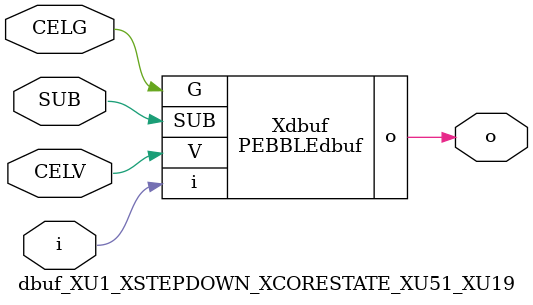
<source format=v>



module PEBBLEdbuf ( o, G, SUB, V, i );

  input V;
  input i;
  input G;
  output o;
  input SUB;
endmodule

//Celera Confidential Do Not Copy dbuf_XU1_XSTEPDOWN_XCORESTATE_XU51_XU19
//Celera Confidential Symbol Generator
//Digital Buffer
module dbuf_XU1_XSTEPDOWN_XCORESTATE_XU51_XU19 (CELV,CELG,i,o,SUB);
input CELV;
input CELG;
input i;
input SUB;
output o;

//Celera Confidential Do Not Copy dbuf
PEBBLEdbuf Xdbuf(
.V (CELV),
.i (i),
.o (o),
.SUB (SUB),
.G (CELG)
);
//,diesize,PEBBLEdbuf

//Celera Confidential Do Not Copy Module End
//Celera Schematic Generator
endmodule

</source>
